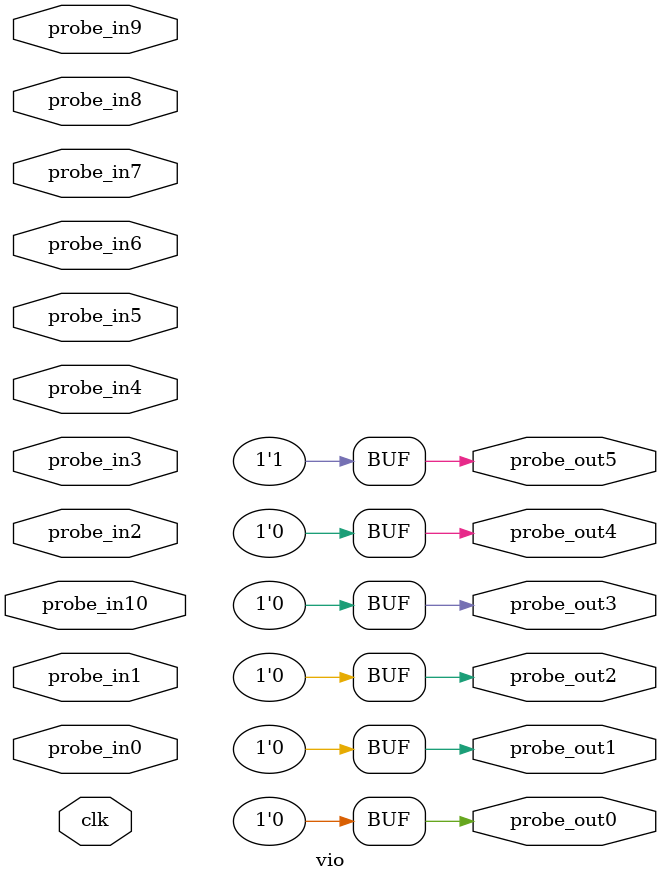
<source format=v>
`timescale 1ns / 1ps
module vio (
clk,
probe_in0,probe_in1,probe_in2,probe_in3,probe_in4,probe_in5,probe_in6,probe_in7,probe_in8,probe_in9,probe_in10,
probe_out0,
probe_out1,
probe_out2,
probe_out3,
probe_out4,
probe_out5
);

input clk;
input [0 : 0] probe_in0;
input [0 : 0] probe_in1;
input [0 : 0] probe_in2;
input [3 : 0] probe_in3;
input [0 : 0] probe_in4;
input [0 : 0] probe_in5;
input [0 : 0] probe_in6;
input [0 : 0] probe_in7;
input [0 : 0] probe_in8;
input [0 : 0] probe_in9;
input [0 : 0] probe_in10;

output reg [0 : 0] probe_out0 = 'h0 ;
output reg [0 : 0] probe_out1 = 'h0 ;
output reg [0 : 0] probe_out2 = 'h0 ;
output reg [0 : 0] probe_out3 = 'h0 ;
output reg [0 : 0] probe_out4 = 'h0 ;
output reg [0 : 0] probe_out5 = 'h1 ;


endmodule

</source>
